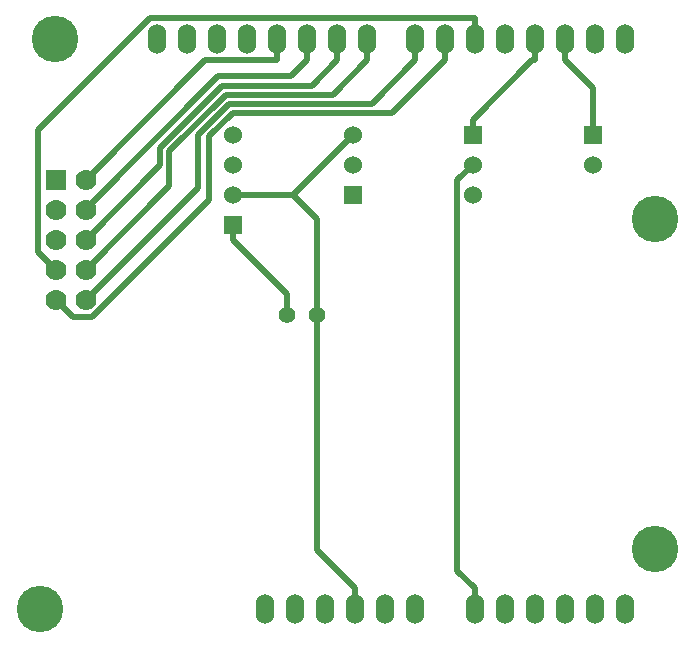
<source format=gbl>
G04 (created by PCBNEW (2013-mar-13)-testing) date Wed 12 Jun 2013 03:24:25 PM PDT*
%MOIN*%
G04 Gerber Fmt 3.4, Leading zero omitted, Abs format*
%FSLAX34Y34*%
G01*
G70*
G90*
G04 APERTURE LIST*
%ADD10C,0.005906*%
%ADD11R,0.060000X0.060000*%
%ADD12C,0.060000*%
%ADD13R,0.070000X0.070000*%
%ADD14C,0.070000*%
%ADD15O,0.060000X0.100000*%
%ADD16C,0.155000*%
%ADD17C,0.055000*%
%ADD18C,0.020000*%
G04 APERTURE END LIST*
G54D10*
G54D11*
X38500Y-31600D03*
G54D12*
X38500Y-30600D03*
X38500Y-29600D03*
G54D11*
X46500Y-29600D03*
G54D12*
X46500Y-30600D03*
G54D13*
X28600Y-31100D03*
G54D14*
X29600Y-31100D03*
X28600Y-32100D03*
X29600Y-32100D03*
X28600Y-33100D03*
X29600Y-33100D03*
X28600Y-34100D03*
X29600Y-34100D03*
X28600Y-35100D03*
X29600Y-35100D03*
G54D15*
X47575Y-45425D03*
X46575Y-45425D03*
X45575Y-45425D03*
X42575Y-45425D03*
X43575Y-45425D03*
X44575Y-45425D03*
X40575Y-45425D03*
X39575Y-45425D03*
X38575Y-45425D03*
X36575Y-45425D03*
X35575Y-45425D03*
X47575Y-26425D03*
X46575Y-26425D03*
X45575Y-26425D03*
X44575Y-26425D03*
X43575Y-26425D03*
X42575Y-26425D03*
X41575Y-26425D03*
X40575Y-26425D03*
X38975Y-26425D03*
X37975Y-26425D03*
X36975Y-26425D03*
X35975Y-26425D03*
X34975Y-26425D03*
X33975Y-26425D03*
X32975Y-26425D03*
X31975Y-26425D03*
X37575Y-45425D03*
G54D16*
X48575Y-43425D03*
X48575Y-32425D03*
X28575Y-26425D03*
X28075Y-45425D03*
G54D11*
X34500Y-32600D03*
G54D12*
X34500Y-31600D03*
X34500Y-30600D03*
X34500Y-29600D03*
G54D17*
X36300Y-35600D03*
X37300Y-35600D03*
G54D11*
X42500Y-29600D03*
G54D12*
X42500Y-30600D03*
X42500Y-31600D03*
G54D18*
X46500Y-28050D02*
X46500Y-29600D01*
X45575Y-27125D02*
X46500Y-28050D01*
X45575Y-26425D02*
X45575Y-27125D01*
X38975Y-26425D02*
X38975Y-27125D01*
X32378Y-31321D02*
X29600Y-34100D01*
X32378Y-30160D02*
X32378Y-31321D01*
X34272Y-28266D02*
X32378Y-30160D01*
X37833Y-28266D02*
X34272Y-28266D01*
X38975Y-27125D02*
X37833Y-28266D01*
X41997Y-31102D02*
X42500Y-30600D01*
X41997Y-44147D02*
X41997Y-31102D01*
X42575Y-44725D02*
X41997Y-44147D01*
X42575Y-45425D02*
X42575Y-44725D01*
X44474Y-27125D02*
X42500Y-29099D01*
X44575Y-27125D02*
X44474Y-27125D01*
X42500Y-29600D02*
X42500Y-29099D01*
X44575Y-26425D02*
X44575Y-27125D01*
X28018Y-33518D02*
X28600Y-34100D01*
X28018Y-29460D02*
X28018Y-33518D01*
X31753Y-25725D02*
X28018Y-29460D01*
X42575Y-25725D02*
X31753Y-25725D01*
X42575Y-26425D02*
X42575Y-25725D01*
X29177Y-35677D02*
X28600Y-35100D01*
X29828Y-35677D02*
X29177Y-35677D01*
X33724Y-31781D02*
X29828Y-35677D01*
X33724Y-29663D02*
X33724Y-31781D01*
X34510Y-28877D02*
X33724Y-29663D01*
X39823Y-28877D02*
X34510Y-28877D01*
X41575Y-27125D02*
X39823Y-28877D01*
X41575Y-26425D02*
X41575Y-27125D01*
X33334Y-31365D02*
X29600Y-35100D01*
X33334Y-29629D02*
X33334Y-31365D01*
X34396Y-28566D02*
X33334Y-29629D01*
X39133Y-28566D02*
X34396Y-28566D01*
X40575Y-27125D02*
X39133Y-28566D01*
X40575Y-26425D02*
X40575Y-27125D01*
X37975Y-26425D02*
X37975Y-27125D01*
X32078Y-30621D02*
X29600Y-33100D01*
X32078Y-30036D02*
X32078Y-30621D01*
X34148Y-27966D02*
X32078Y-30036D01*
X37134Y-27966D02*
X34148Y-27966D01*
X37975Y-27125D02*
X37134Y-27966D01*
X36975Y-26425D02*
X36975Y-27125D01*
X29600Y-32090D02*
X29600Y-32100D01*
X34030Y-27659D02*
X29600Y-32090D01*
X36441Y-27659D02*
X34030Y-27659D01*
X36975Y-27125D02*
X36441Y-27659D01*
X33574Y-27125D02*
X29600Y-31100D01*
X35975Y-27125D02*
X33574Y-27125D01*
X35975Y-26425D02*
X35975Y-27125D01*
X36300Y-34900D02*
X34500Y-33100D01*
X36300Y-35600D02*
X36300Y-34900D01*
X34500Y-32600D02*
X34500Y-33100D01*
X36500Y-31600D02*
X34500Y-31600D01*
X36500Y-31599D02*
X38500Y-29600D01*
X36500Y-31600D02*
X36500Y-31599D01*
X37300Y-32399D02*
X37300Y-35600D01*
X36500Y-31600D02*
X37300Y-32399D01*
X37300Y-43450D02*
X38575Y-44725D01*
X37300Y-35600D02*
X37300Y-43450D01*
X38575Y-45425D02*
X38575Y-44725D01*
M02*

</source>
